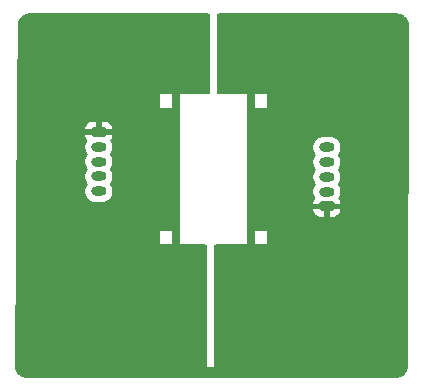
<source format=gbr>
%TF.GenerationSoftware,KiCad,Pcbnew,7.0.6*%
%TF.CreationDate,2024-02-28T21:28:33-05:00*%
%TF.ProjectId,Magnetic,4d61676e-6574-4696-932e-6b696361645f,rev?*%
%TF.SameCoordinates,Original*%
%TF.FileFunction,Copper,L2,Bot*%
%TF.FilePolarity,Positive*%
%FSLAX46Y46*%
G04 Gerber Fmt 4.6, Leading zero omitted, Abs format (unit mm)*
G04 Created by KiCad (PCBNEW 7.0.6) date 2024-02-28 21:28:33*
%MOMM*%
%LPD*%
G01*
G04 APERTURE LIST*
G04 Aperture macros list*
%AMRoundRect*
0 Rectangle with rounded corners*
0 $1 Rounding radius*
0 $2 $3 $4 $5 $6 $7 $8 $9 X,Y pos of 4 corners*
0 Add a 4 corners polygon primitive as box body*
4,1,4,$2,$3,$4,$5,$6,$7,$8,$9,$2,$3,0*
0 Add four circle primitives for the rounded corners*
1,1,$1+$1,$2,$3*
1,1,$1+$1,$4,$5*
1,1,$1+$1,$6,$7*
1,1,$1+$1,$8,$9*
0 Add four rect primitives between the rounded corners*
20,1,$1+$1,$2,$3,$4,$5,0*
20,1,$1+$1,$4,$5,$6,$7,0*
20,1,$1+$1,$6,$7,$8,$9,0*
20,1,$1+$1,$8,$9,$2,$3,0*%
G04 Aperture macros list end*
%TA.AperFunction,ComponentPad*%
%ADD10RoundRect,0.200000X0.450000X-0.200000X0.450000X0.200000X-0.450000X0.200000X-0.450000X-0.200000X0*%
%TD*%
%TA.AperFunction,ComponentPad*%
%ADD11O,1.300000X0.800000*%
%TD*%
%TA.AperFunction,ComponentPad*%
%ADD12RoundRect,0.200000X-0.450000X0.200000X-0.450000X-0.200000X0.450000X-0.200000X0.450000X0.200000X0*%
%TD*%
%TA.AperFunction,ViaPad*%
%ADD13C,0.800000*%
%TD*%
G04 APERTURE END LIST*
D10*
%TO.P,J3,1,Pin_1*%
%TO.N,GND*%
X130048000Y-54824000D03*
D11*
%TO.P,J3,2,Pin_2*%
%TO.N,/Td-*%
X130048000Y-53574000D03*
%TO.P,J3,3,Pin_3*%
%TO.N,/Td+*%
X130048000Y-52324000D03*
%TO.P,J3,4,Pin_4*%
%TO.N,/Rd-*%
X130048000Y-51074000D03*
%TO.P,J3,5,Pin_5*%
%TO.N,/Rd+*%
X130048000Y-49824000D03*
%TD*%
D12*
%TO.P,J1,1,Pin_1*%
%TO.N,GND*%
X110744000Y-48534000D03*
D11*
%TO.P,J1,2,Pin_2*%
%TO.N,/Rx+*%
X110744000Y-49784000D03*
%TO.P,J1,3,Pin_3*%
%TO.N,/Rx-*%
X110744000Y-51034000D03*
%TO.P,J1,4,Pin_4*%
%TO.N,/Tx+*%
X110744000Y-52284000D03*
%TO.P,J1,5,Pin_5*%
%TO.N,/Tx-*%
X110744000Y-53534000D03*
%TD*%
D13*
%TO.N,GND*%
X133477000Y-39751000D03*
X129159000Y-39751000D03*
X121285000Y-39751000D03*
X125603000Y-39751000D03*
X133223000Y-66294000D03*
X128905000Y-66294000D03*
X121031000Y-66294000D03*
X125349000Y-66294000D03*
X107188000Y-66294000D03*
X111506000Y-66294000D03*
X119380000Y-66294000D03*
X115062000Y-66294000D03*
X115062000Y-39751000D03*
X119380000Y-39751000D03*
X111506000Y-39751000D03*
X107188000Y-39751000D03*
%TD*%
%TA.AperFunction,Conductor*%
%TO.N,GND*%
G36*
X120085039Y-38501185D02*
G01*
X120130794Y-38553989D01*
X120142000Y-38605500D01*
X120142000Y-45215000D01*
X120122315Y-45282039D01*
X120069511Y-45327794D01*
X120018000Y-45339000D01*
X117602000Y-45339000D01*
X117602000Y-58039000D01*
X119764000Y-58039000D01*
X119831039Y-58058685D01*
X119876794Y-58111489D01*
X119888000Y-58162999D01*
X119888000Y-68453000D01*
X120522999Y-68453000D01*
X120523000Y-68453000D01*
X120523000Y-58163000D01*
X120542685Y-58095961D01*
X120595489Y-58050206D01*
X120647000Y-58039000D01*
X123317000Y-58039000D01*
X123317000Y-56896000D01*
X123952000Y-56896000D01*
X123952000Y-58039000D01*
X124968000Y-58039000D01*
X124968000Y-56896000D01*
X123952000Y-56896000D01*
X123317000Y-56896000D01*
X123317000Y-55074000D01*
X128898001Y-55074000D01*
X128898001Y-55080582D01*
X128904408Y-55151102D01*
X128904409Y-55151107D01*
X128954981Y-55313396D01*
X129042927Y-55458877D01*
X129163122Y-55579072D01*
X129308604Y-55667019D01*
X129308603Y-55667019D01*
X129470894Y-55717590D01*
X129470893Y-55717590D01*
X129541427Y-55723999D01*
X129797999Y-55723999D01*
X129798000Y-55723998D01*
X129798000Y-55074000D01*
X128898001Y-55074000D01*
X123317000Y-55074000D01*
X123317000Y-53668645D01*
X128897500Y-53668645D01*
X128936855Y-53853802D01*
X128936857Y-53853807D01*
X129013848Y-54026729D01*
X129034922Y-54055734D01*
X129058402Y-54121541D01*
X129042577Y-54189594D01*
X129040721Y-54192769D01*
X128954982Y-54334599D01*
X128954980Y-54334603D01*
X128904409Y-54496893D01*
X128898000Y-54567427D01*
X128898000Y-54574000D01*
X130023376Y-54574000D01*
X129950455Y-54588505D01*
X129867760Y-54643760D01*
X129812505Y-54726455D01*
X129793102Y-54824000D01*
X129812505Y-54921545D01*
X129867760Y-55004240D01*
X129950455Y-55059495D01*
X130023376Y-55074000D01*
X130072624Y-55074000D01*
X130298000Y-55074000D01*
X130298000Y-55723999D01*
X130554581Y-55723999D01*
X130625102Y-55717591D01*
X130625107Y-55717590D01*
X130787396Y-55667018D01*
X130932877Y-55579072D01*
X131053072Y-55458877D01*
X131141019Y-55313395D01*
X131191590Y-55151106D01*
X131198000Y-55080572D01*
X131198000Y-55074000D01*
X130298000Y-55074000D01*
X130072624Y-55074000D01*
X130145545Y-55059495D01*
X130228240Y-55004240D01*
X130283495Y-54921545D01*
X130302898Y-54824000D01*
X130283495Y-54726455D01*
X130228240Y-54643760D01*
X130145545Y-54588505D01*
X130072624Y-54574000D01*
X131197999Y-54574000D01*
X131197999Y-54567417D01*
X131191591Y-54496897D01*
X131191590Y-54496892D01*
X131141018Y-54334603D01*
X131055278Y-54192771D01*
X131037442Y-54125216D01*
X131058960Y-54058743D01*
X131061078Y-54055735D01*
X131082147Y-54026735D01*
X131082151Y-54026730D01*
X131159144Y-53853803D01*
X131198500Y-53668646D01*
X131198500Y-53479354D01*
X131159144Y-53294197D01*
X131141332Y-53254192D01*
X131082151Y-53121270D01*
X131082148Y-53121265D01*
X131009944Y-53021885D01*
X130986464Y-52956079D01*
X131002289Y-52888025D01*
X131009944Y-52876115D01*
X131082148Y-52776734D01*
X131082147Y-52776734D01*
X131082151Y-52776730D01*
X131159144Y-52603803D01*
X131198500Y-52418646D01*
X131198500Y-52229354D01*
X131159144Y-52044197D01*
X131141332Y-52004192D01*
X131082151Y-51871270D01*
X131082148Y-51871265D01*
X131009944Y-51771885D01*
X130986464Y-51706079D01*
X131002289Y-51638025D01*
X131009944Y-51626115D01*
X131082148Y-51526734D01*
X131082147Y-51526734D01*
X131082151Y-51526730D01*
X131159144Y-51353803D01*
X131198500Y-51168646D01*
X131198500Y-50979354D01*
X131159144Y-50794197D01*
X131141332Y-50754192D01*
X131082151Y-50621270D01*
X131082148Y-50621265D01*
X131009944Y-50521885D01*
X130986464Y-50456079D01*
X131002289Y-50388025D01*
X131009944Y-50376115D01*
X131082148Y-50276734D01*
X131082147Y-50276734D01*
X131082151Y-50276730D01*
X131159144Y-50103803D01*
X131198500Y-49918646D01*
X131198500Y-49729354D01*
X131159144Y-49544197D01*
X131141332Y-49504192D01*
X131082151Y-49371270D01*
X131082148Y-49371265D01*
X130970888Y-49218129D01*
X130970887Y-49218129D01*
X130830216Y-49091467D01*
X130666284Y-48996821D01*
X130666277Y-48996818D01*
X130486259Y-48938327D01*
X130486256Y-48938326D01*
X130345192Y-48923500D01*
X129750808Y-48923500D01*
X129609744Y-48938326D01*
X129609741Y-48938326D01*
X129609740Y-48938327D01*
X129429722Y-48996818D01*
X129429715Y-48996821D01*
X129265785Y-49091466D01*
X129125111Y-49218129D01*
X129013851Y-49371265D01*
X129013848Y-49371270D01*
X128936857Y-49544192D01*
X128936855Y-49544197D01*
X128897500Y-49729354D01*
X128897500Y-49918645D01*
X128936855Y-50103802D01*
X128936857Y-50103807D01*
X129013848Y-50276728D01*
X129086056Y-50376115D01*
X129109535Y-50441922D01*
X129093709Y-50509975D01*
X129086056Y-50521885D01*
X129013848Y-50621271D01*
X128936857Y-50794192D01*
X128936855Y-50794197D01*
X128897500Y-50979354D01*
X128897500Y-51168645D01*
X128936855Y-51353802D01*
X128936857Y-51353807D01*
X129013848Y-51526729D01*
X129013851Y-51526734D01*
X129086055Y-51626114D01*
X129109535Y-51691920D01*
X129093709Y-51759974D01*
X129086056Y-51771883D01*
X129013850Y-51871266D01*
X129013848Y-51871270D01*
X128936857Y-52044192D01*
X128936855Y-52044197D01*
X128897500Y-52229354D01*
X128897500Y-52418645D01*
X128936855Y-52603802D01*
X128936857Y-52603807D01*
X129013848Y-52776728D01*
X129086056Y-52876115D01*
X129109535Y-52941922D01*
X129093709Y-53009975D01*
X129086056Y-53021885D01*
X129013848Y-53121271D01*
X128936857Y-53294192D01*
X128936855Y-53294197D01*
X128897500Y-53479354D01*
X128897500Y-53668645D01*
X123317000Y-53668645D01*
X123317000Y-45339000D01*
X123952000Y-45339000D01*
X123952000Y-46482000D01*
X124968000Y-46482000D01*
X124968000Y-45339000D01*
X123952000Y-45339000D01*
X123317000Y-45339000D01*
X120901000Y-45339000D01*
X120833961Y-45319315D01*
X120788206Y-45266511D01*
X120777000Y-45215000D01*
X120777000Y-38605500D01*
X120796685Y-38538461D01*
X120849489Y-38492706D01*
X120901000Y-38481500D01*
X136026162Y-38481500D01*
X136031577Y-38481736D01*
X136073781Y-38485437D01*
X136201247Y-38498038D01*
X136221213Y-38501682D01*
X136254206Y-38510547D01*
X136287110Y-38519387D01*
X136381482Y-38548092D01*
X136397924Y-38554399D01*
X136433962Y-38571254D01*
X136464879Y-38585713D01*
X136467910Y-38587233D01*
X136498020Y-38603376D01*
X136552623Y-38632651D01*
X136558958Y-38636555D01*
X136624787Y-38682805D01*
X136628508Y-38685637D01*
X136701316Y-38745608D01*
X136705808Y-38749695D01*
X136723962Y-38767923D01*
X136762957Y-38807078D01*
X136767047Y-38811610D01*
X136826677Y-38884612D01*
X136829537Y-38888400D01*
X136875501Y-38954395D01*
X136879390Y-38960763D01*
X136924455Y-39045650D01*
X136925962Y-39048687D01*
X136956997Y-39115759D01*
X136963240Y-39132232D01*
X136991559Y-39226721D01*
X137008990Y-39292681D01*
X137012555Y-39312684D01*
X137024782Y-39441927D01*
X137028142Y-39482130D01*
X137028357Y-39487552D01*
X136909609Y-68343411D01*
X136909352Y-68348804D01*
X136905444Y-68391541D01*
X136892556Y-68517380D01*
X136888866Y-68537248D01*
X136870860Y-68603542D01*
X136841016Y-68700745D01*
X136837856Y-68708927D01*
X136804489Y-68779933D01*
X136802972Y-68782946D01*
X136757936Y-68866632D01*
X136754033Y-68872947D01*
X136707711Y-68938748D01*
X136704848Y-68942503D01*
X136645526Y-69014447D01*
X136641439Y-69018937D01*
X136584033Y-69076110D01*
X136579525Y-69080179D01*
X136507331Y-69139210D01*
X136503565Y-69142058D01*
X136437569Y-69188112D01*
X136431238Y-69191988D01*
X136347400Y-69236662D01*
X136344382Y-69238166D01*
X136273205Y-69271258D01*
X136265010Y-69274384D01*
X136167688Y-69303827D01*
X136101330Y-69321558D01*
X136081444Y-69325167D01*
X135955129Y-69337577D01*
X135950065Y-69338018D01*
X135912864Y-69341265D01*
X135907479Y-69341500D01*
X104642990Y-69341500D01*
X104637554Y-69341261D01*
X104611123Y-69338936D01*
X104596357Y-69337637D01*
X104559189Y-69333943D01*
X104467207Y-69324803D01*
X104447208Y-69321141D01*
X104382657Y-69303749D01*
X104286497Y-69274415D01*
X104270014Y-69268072D01*
X104203920Y-69237067D01*
X104200885Y-69235540D01*
X104141284Y-69203487D01*
X104115009Y-69189356D01*
X104108664Y-69185433D01*
X104068476Y-69157102D01*
X104043519Y-69139508D01*
X104039737Y-69136619D01*
X103966117Y-69075757D01*
X103961600Y-69071632D01*
X103933887Y-69043692D01*
X103905035Y-69014603D01*
X103900963Y-69010071D01*
X103840707Y-68935957D01*
X103837849Y-68932153D01*
X103792462Y-68866641D01*
X103788580Y-68860247D01*
X103747816Y-68782946D01*
X103743089Y-68773981D01*
X103741598Y-68770956D01*
X103711127Y-68704595D01*
X103704924Y-68688072D01*
X103679891Y-68603542D01*
X103676388Y-68591717D01*
X103659524Y-68527026D01*
X103656024Y-68506973D01*
X103643871Y-68373128D01*
X103641008Y-68337229D01*
X103640814Y-68331787D01*
X103724932Y-58111489D01*
X103734936Y-56896000D01*
X115951000Y-56896000D01*
X115951000Y-58039000D01*
X116967000Y-58039000D01*
X116967000Y-56896000D01*
X115951000Y-56896000D01*
X103734936Y-56896000D01*
X103761828Y-53628645D01*
X109593500Y-53628645D01*
X109632855Y-53813802D01*
X109632857Y-53813807D01*
X109709848Y-53986729D01*
X109709851Y-53986734D01*
X109821111Y-54139870D01*
X109821112Y-54139871D01*
X109961784Y-54266533D01*
X110125716Y-54361179D01*
X110305744Y-54419674D01*
X110446808Y-54434500D01*
X110446812Y-54434500D01*
X111041188Y-54434500D01*
X111041192Y-54434500D01*
X111182256Y-54419674D01*
X111362284Y-54361179D01*
X111526216Y-54266533D01*
X111666888Y-54139871D01*
X111778151Y-53986730D01*
X111855144Y-53813803D01*
X111894500Y-53628646D01*
X111894500Y-53439354D01*
X111855144Y-53254197D01*
X111778151Y-53081270D01*
X111778148Y-53081265D01*
X111705944Y-52981885D01*
X111682464Y-52916079D01*
X111698289Y-52848025D01*
X111705944Y-52836115D01*
X111778148Y-52736734D01*
X111778147Y-52736734D01*
X111778151Y-52736730D01*
X111855144Y-52563803D01*
X111894500Y-52378646D01*
X111894500Y-52189354D01*
X111855144Y-52004197D01*
X111778151Y-51831270D01*
X111778148Y-51831265D01*
X111705944Y-51731885D01*
X111682464Y-51666079D01*
X111698289Y-51598025D01*
X111705944Y-51586115D01*
X111778148Y-51486734D01*
X111778147Y-51486734D01*
X111778151Y-51486730D01*
X111855144Y-51313803D01*
X111894500Y-51128646D01*
X111894500Y-50939354D01*
X111855144Y-50754197D01*
X111778151Y-50581270D01*
X111778148Y-50581265D01*
X111705944Y-50481885D01*
X111682464Y-50416079D01*
X111698289Y-50348025D01*
X111705944Y-50336115D01*
X111778148Y-50236734D01*
X111778147Y-50236734D01*
X111778151Y-50236730D01*
X111855144Y-50063803D01*
X111894500Y-49878646D01*
X111894500Y-49689354D01*
X111855144Y-49504197D01*
X111778151Y-49331270D01*
X111778148Y-49331265D01*
X111757077Y-49302263D01*
X111733597Y-49236456D01*
X111749423Y-49168403D01*
X111751278Y-49165228D01*
X111837019Y-49023395D01*
X111887590Y-48861106D01*
X111894000Y-48790572D01*
X111894000Y-48784000D01*
X110768624Y-48784000D01*
X110841545Y-48769495D01*
X110924240Y-48714240D01*
X110979495Y-48631545D01*
X110998898Y-48534000D01*
X110979495Y-48436455D01*
X110924240Y-48353760D01*
X110841545Y-48298505D01*
X110768624Y-48284000D01*
X110719376Y-48284000D01*
X110646455Y-48298505D01*
X110563760Y-48353760D01*
X110508505Y-48436455D01*
X110489102Y-48534000D01*
X110508505Y-48631545D01*
X110563760Y-48714240D01*
X110646455Y-48769495D01*
X110719376Y-48784000D01*
X109594001Y-48784000D01*
X109594001Y-48790582D01*
X109600408Y-48861102D01*
X109600409Y-48861107D01*
X109650981Y-49023396D01*
X109736721Y-49165228D01*
X109754557Y-49232783D01*
X109733039Y-49299257D01*
X109730925Y-49302260D01*
X109709848Y-49331272D01*
X109632857Y-49504192D01*
X109632855Y-49504197D01*
X109593500Y-49689354D01*
X109593500Y-49878645D01*
X109632855Y-50063802D01*
X109632857Y-50063807D01*
X109650665Y-50103803D01*
X109709849Y-50236730D01*
X109765237Y-50312966D01*
X109782056Y-50336115D01*
X109805535Y-50401922D01*
X109789709Y-50469975D01*
X109782056Y-50481885D01*
X109709848Y-50581271D01*
X109632857Y-50754192D01*
X109632855Y-50754197D01*
X109593500Y-50939354D01*
X109593500Y-51128645D01*
X109632855Y-51313802D01*
X109632857Y-51313807D01*
X109650665Y-51353803D01*
X109709849Y-51486730D01*
X109765237Y-51562966D01*
X109782056Y-51586115D01*
X109805535Y-51651922D01*
X109789709Y-51719975D01*
X109782056Y-51731885D01*
X109709848Y-51831271D01*
X109632857Y-52004192D01*
X109632855Y-52004197D01*
X109593500Y-52189354D01*
X109593500Y-52378645D01*
X109632855Y-52563802D01*
X109632857Y-52563807D01*
X109650665Y-52603803D01*
X109709849Y-52736730D01*
X109765237Y-52812966D01*
X109782056Y-52836115D01*
X109805535Y-52901922D01*
X109789709Y-52969975D01*
X109782056Y-52981885D01*
X109709848Y-53081271D01*
X109632857Y-53254192D01*
X109632855Y-53254197D01*
X109593500Y-53439354D01*
X109593500Y-53628645D01*
X103761828Y-53628645D01*
X103805816Y-48284000D01*
X109594000Y-48284000D01*
X110494000Y-48284000D01*
X110494000Y-47634000D01*
X110994000Y-47634000D01*
X110994000Y-48284000D01*
X111893999Y-48284000D01*
X111893999Y-48277417D01*
X111887591Y-48206897D01*
X111887590Y-48206892D01*
X111837018Y-48044603D01*
X111749072Y-47899122D01*
X111628877Y-47778927D01*
X111483395Y-47690980D01*
X111483396Y-47690980D01*
X111321105Y-47640409D01*
X111321106Y-47640409D01*
X111250572Y-47634000D01*
X110994000Y-47634000D01*
X110494000Y-47634000D01*
X110237417Y-47634000D01*
X110166897Y-47640408D01*
X110166892Y-47640409D01*
X110004603Y-47690981D01*
X109859122Y-47778927D01*
X109738927Y-47899122D01*
X109650980Y-48044604D01*
X109600409Y-48206893D01*
X109594000Y-48277427D01*
X109594000Y-48284000D01*
X103805816Y-48284000D01*
X103830055Y-45339000D01*
X115951000Y-45339000D01*
X115951000Y-46482000D01*
X116967000Y-46482000D01*
X116967000Y-45339000D01*
X115951000Y-45339000D01*
X103830055Y-45339000D01*
X103878314Y-39475460D01*
X103878591Y-39470118D01*
X103882707Y-39426940D01*
X103895975Y-39302087D01*
X103899726Y-39282295D01*
X103918047Y-39215747D01*
X103947986Y-39119380D01*
X103951147Y-39111272D01*
X103984823Y-39040160D01*
X103986297Y-39037254D01*
X104031310Y-38954176D01*
X104035200Y-38947919D01*
X104081761Y-38882129D01*
X104084582Y-38878449D01*
X104143769Y-38807006D01*
X104147815Y-38802581D01*
X104205427Y-38745442D01*
X104209869Y-38741448D01*
X104281806Y-38682844D01*
X104285512Y-38680052D01*
X104351679Y-38634036D01*
X104357956Y-38630206D01*
X104441407Y-38585875D01*
X104444374Y-38584403D01*
X104472741Y-38571254D01*
X104515712Y-38551336D01*
X104523850Y-38548240D01*
X104620468Y-38519093D01*
X104687169Y-38501319D01*
X104706973Y-38497735D01*
X104831736Y-38485512D01*
X104850725Y-38483860D01*
X104875165Y-38481734D01*
X104880543Y-38481500D01*
X120018000Y-38481500D01*
X120085039Y-38501185D01*
G37*
%TD.AperFunction*%
%TD*%
M02*

</source>
